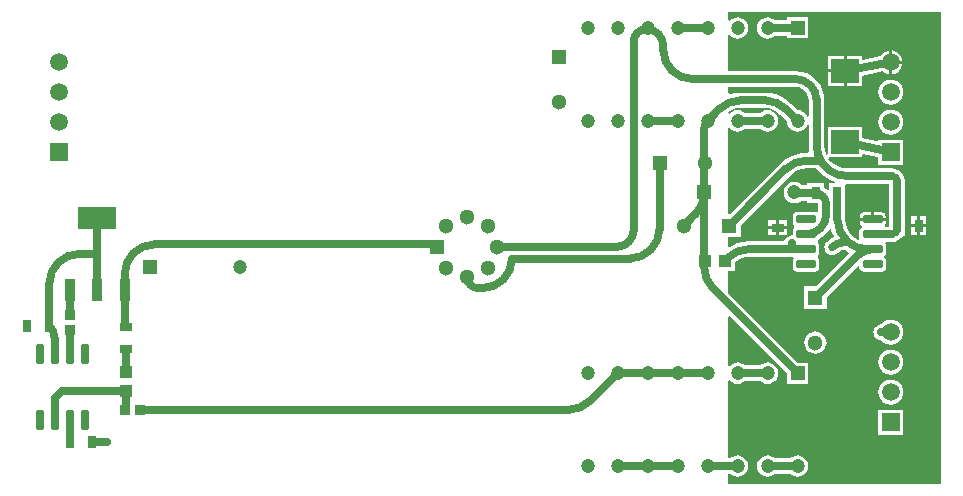
<source format=gbr>
%TF.GenerationSoftware,Altium Limited,Altium Designer,20.2.5 (213)*%
G04 Layer_Physical_Order=1*
G04 Layer_Color=255*
%FSLAX45Y45*%
%MOMM*%
%TF.SameCoordinates,5D993310-1A5F-4332-B3F0-AAC5B6D9B5DA*%
%TF.FilePolarity,Positive*%
%TF.FileFunction,Copper,L1,Top,Signal*%
%TF.Part,Single*%
G01*
G75*
%TA.AperFunction,Conductor*%
%ADD10C,0.70000*%
%TA.AperFunction,SMDPad,CuDef*%
%ADD11R,0.75620X1.10620*%
%ADD12R,1.13504X1.06213*%
%ADD13R,0.95000X1.90000*%
%ADD14R,3.25000X1.90000*%
G04:AMPARAMS|DCode=15|XSize=0.65mm|YSize=1.65mm|CornerRadius=0.04875mm|HoleSize=0mm|Usage=FLASHONLY|Rotation=180.000|XOffset=0mm|YOffset=0mm|HoleType=Round|Shape=RoundedRectangle|*
%AMROUNDEDRECTD15*
21,1,0.65000,1.55250,0,0,180.0*
21,1,0.55250,1.65000,0,0,180.0*
1,1,0.09750,-0.27625,0.77625*
1,1,0.09750,0.27625,0.77625*
1,1,0.09750,0.27625,-0.77625*
1,1,0.09750,-0.27625,-0.77625*
%
%ADD15ROUNDEDRECTD15*%
%ADD16R,2.33000X1.99000*%
%ADD17R,1.10620X0.75620*%
%ADD18R,1.06213X1.13504*%
G04:AMPARAMS|DCode=19|XSize=0.65mm|YSize=1.65mm|CornerRadius=0.04875mm|HoleSize=0mm|Usage=FLASHONLY|Rotation=270.000|XOffset=0mm|YOffset=0mm|HoleType=Round|Shape=RoundedRectangle|*
%AMROUNDEDRECTD19*
21,1,0.65000,1.55250,0,0,270.0*
21,1,0.55250,1.65000,0,0,270.0*
1,1,0.09750,-0.77625,-0.27625*
1,1,0.09750,-0.77625,0.27625*
1,1,0.09750,0.77625,0.27625*
1,1,0.09750,0.77625,-0.27625*
%
%ADD19ROUNDEDRECTD19*%
%ADD20R,0.85490X0.90620*%
%ADD21R,0.90620X0.85490*%
%TA.AperFunction,ComponentPad*%
%ADD22R,1.50000X1.50000*%
%ADD23C,1.50000*%
%ADD24R,1.30000X1.30000*%
%ADD25C,1.30000*%
%ADD26R,1.30000X1.30000*%
%ADD27R,1.20000X1.20000*%
%ADD28C,1.20000*%
%TA.AperFunction,ViaPad*%
%ADD29C,1.52400*%
%TA.AperFunction,ComponentPad*%
%ADD30R,1.20000X1.20000*%
%TA.AperFunction,ViaPad*%
%ADD31C,0.50000*%
G36*
X8490000Y5380000D02*
X6690000D01*
Y5467439D01*
X6708599D01*
X6725612Y5454385D01*
X6747505Y5445317D01*
X6771000Y5442224D01*
X6794495Y5445317D01*
X6816388Y5454385D01*
X6835189Y5468811D01*
X6849614Y5487612D01*
X6858683Y5509505D01*
X6861776Y5533000D01*
X6858683Y5556495D01*
X6849614Y5578388D01*
X6835189Y5597188D01*
X6816388Y5611614D01*
X6794495Y5620683D01*
X6771000Y5623776D01*
X6747505Y5620683D01*
X6725612Y5611614D01*
X6708599Y5598561D01*
X6690000D01*
Y6256858D01*
X6702700Y6261169D01*
X6706811Y6255811D01*
X6725612Y6241386D01*
X6747505Y6232317D01*
X6771000Y6229224D01*
X6794495Y6232317D01*
X6816388Y6241386D01*
X6833400Y6254439D01*
X6962599D01*
X6979612Y6241386D01*
X7001505Y6232317D01*
X7025000Y6229224D01*
X7048495Y6232317D01*
X7070388Y6241386D01*
X7089189Y6255811D01*
X7103614Y6274612D01*
X7112683Y6296505D01*
X7115776Y6320000D01*
X7112683Y6343495D01*
X7103614Y6365388D01*
X7089189Y6384189D01*
X7070388Y6398615D01*
X7048495Y6407683D01*
X7025000Y6410776D01*
X7001505Y6407683D01*
X6979612Y6398615D01*
X6962599Y6385561D01*
X6833400D01*
X6816388Y6398615D01*
X6794495Y6407683D01*
X6771000Y6410776D01*
X6747505Y6407683D01*
X6725612Y6398615D01*
X6706811Y6384189D01*
X6702700Y6378831D01*
X6690000Y6383142D01*
Y6799690D01*
X6701733Y6804550D01*
X7189000Y6317283D01*
Y6230000D01*
X7369000D01*
Y6410000D01*
X7281717D01*
X6690000Y7001717D01*
Y7186893D01*
X6748291D01*
Y7261555D01*
X6761477Y7272376D01*
X6794090Y7289809D01*
X6829478Y7300543D01*
X6865414Y7304082D01*
X6866279Y7303969D01*
X7024690D01*
Y7299690D01*
X7195310D01*
Y7303969D01*
X7239429D01*
X7240466Y7302783D01*
X7245054Y7291269D01*
X7239724Y7283291D01*
X7237017Y7269683D01*
Y7214433D01*
X7239724Y7200826D01*
X7247432Y7189290D01*
X7258968Y7181582D01*
X7272575Y7178875D01*
X7427825D01*
X7441433Y7181582D01*
X7452969Y7189290D01*
X7460677Y7200826D01*
X7463384Y7214433D01*
Y7269683D01*
X7460677Y7283291D01*
X7452969Y7294827D01*
X7448256Y7297976D01*
Y7313141D01*
X7452969Y7316290D01*
X7460677Y7327826D01*
X7463384Y7341433D01*
Y7396683D01*
X7460677Y7410291D01*
X7452969Y7421827D01*
X7448256Y7424976D01*
Y7440141D01*
X7452969Y7443290D01*
X7460677Y7454826D01*
X7461252Y7457715D01*
X7482674Y7469165D01*
X7517946Y7498112D01*
X7546893Y7533384D01*
X7549352Y7537983D01*
X7561948Y7536367D01*
X7564875Y7524177D01*
X7584090Y7477788D01*
X7582805Y7473053D01*
X7556336Y7458905D01*
X7524849Y7433064D01*
X7525160Y7432753D01*
X7514741Y7419175D01*
X7508191Y7403363D01*
X7505957Y7386395D01*
X7508191Y7369426D01*
X7514741Y7353614D01*
X7525160Y7340036D01*
X7538738Y7329618D01*
X7554550Y7323068D01*
X7571518Y7320834D01*
X7588486Y7323068D01*
X7604298Y7329618D01*
X7617876Y7340036D01*
X7617917Y7339995D01*
X7633692Y7352100D01*
X7652062Y7359709D01*
X7671776Y7362305D01*
Y7362362D01*
X7684090D01*
X7709481Y7346802D01*
X7710974Y7334190D01*
X7432283Y7055500D01*
X7335000D01*
Y6865500D01*
X7525000D01*
Y6962783D01*
X7790284Y7228067D01*
X7802017Y7223207D01*
Y7214433D01*
X7804724Y7200826D01*
X7812432Y7189290D01*
X7823968Y7181582D01*
X7837575Y7178875D01*
X7992825D01*
X8006433Y7181582D01*
X8017969Y7189290D01*
X8025677Y7200826D01*
X8028383Y7214433D01*
Y7269683D01*
X8025677Y7283291D01*
X8017969Y7294827D01*
X8013256Y7297976D01*
Y7313141D01*
X8017969Y7316290D01*
X8025677Y7327826D01*
X8028383Y7341433D01*
Y7396683D01*
X8025677Y7410291D01*
X8020661Y7417798D01*
X8025969Y7430167D01*
X8026287Y7430498D01*
X8076059D01*
Y7430118D01*
X8104498Y7433863D01*
X8130999Y7444840D01*
X8153756Y7462302D01*
X8170935Y7484690D01*
X8185310D01*
Y7535215D01*
X8185940Y7540000D01*
X8185561D01*
Y7948994D01*
X8185561Y7948995D01*
X8185914D01*
X8182271Y7976668D01*
X8171590Y8002455D01*
X8154598Y8024598D01*
X8132454Y8041590D01*
X8106667Y8052271D01*
X8078995Y8055915D01*
Y8055561D01*
X7694000D01*
X7693135Y8055447D01*
X7657199Y8058986D01*
X7621811Y8069721D01*
X7589198Y8087153D01*
X7560613Y8110612D01*
X7539941Y8135800D01*
X7543524Y8145484D01*
X7546581Y8148500D01*
X7826500D01*
Y8167547D01*
X7836420Y8175477D01*
X7961700Y8147194D01*
Y8085700D01*
X8171700D01*
Y8295700D01*
X7961700D01*
Y8291785D01*
X7951780Y8283855D01*
X7826500Y8312138D01*
Y8407500D01*
X7533500D01*
Y8172973D01*
X7520800Y8169792D01*
X7519721Y8171811D01*
X7508986Y8207198D01*
X7505447Y8243135D01*
X7505561Y8244000D01*
Y8630000D01*
X7506185D01*
X7501455Y8678028D01*
X7487446Y8724211D01*
X7464696Y8766773D01*
X7434079Y8804079D01*
X7396773Y8834696D01*
X7354211Y8857445D01*
X7308028Y8871455D01*
X7260000Y8876185D01*
Y8875561D01*
X6690000D01*
Y9180358D01*
X6702700Y9184669D01*
X6706811Y9179312D01*
X6725612Y9164886D01*
X6747505Y9155817D01*
X6771000Y9152724D01*
X6794495Y9155817D01*
X6816388Y9164886D01*
X6835189Y9179312D01*
X6849614Y9198112D01*
X6858683Y9220005D01*
X6861776Y9243500D01*
X6858683Y9266995D01*
X6849614Y9288888D01*
X6835189Y9307689D01*
X6816388Y9322115D01*
X6794495Y9331183D01*
X6771000Y9334276D01*
X6747505Y9331183D01*
X6725612Y9322115D01*
X6706811Y9307689D01*
X6702700Y9302331D01*
X6690000Y9306642D01*
Y9380000D01*
X8490000D01*
Y5380000D01*
D02*
G37*
G36*
X7037091Y8561014D02*
X7072478Y8550279D01*
X7105091Y8532847D01*
X7133006Y8509939D01*
X7133536Y8509247D01*
X7188518Y8454266D01*
X7191317Y8433005D01*
X7200385Y8411112D01*
X7214811Y8392311D01*
X7233612Y8377885D01*
X7255505Y8368817D01*
X7279000Y8365724D01*
X7302495Y8368817D01*
X7324388Y8377885D01*
X7343189Y8392311D01*
X7357614Y8411112D01*
X7361739Y8421070D01*
X7374439Y8418544D01*
Y8244000D01*
X7374014D01*
X7377613Y8198261D01*
X7369056Y8185561D01*
X7355710D01*
Y8185986D01*
X7305653Y8182047D01*
X7256829Y8170325D01*
X7210439Y8151110D01*
X7167627Y8124875D01*
X7129446Y8092264D01*
X7129747Y8091963D01*
X6702783Y7665000D01*
X6690000D01*
Y8393358D01*
X6702700Y8397669D01*
X6706811Y8392311D01*
X6725612Y8377885D01*
X6747505Y8368817D01*
X6771000Y8365724D01*
X6794495Y8368817D01*
X6816388Y8377885D01*
X6833400Y8390939D01*
X6962599D01*
X6979612Y8377885D01*
X7001505Y8368817D01*
X7025000Y8365724D01*
X7048495Y8368817D01*
X7070388Y8377885D01*
X7089189Y8392311D01*
X7103614Y8411112D01*
X7112683Y8433005D01*
X7115776Y8456500D01*
X7112683Y8479995D01*
X7103614Y8501888D01*
X7089189Y8520689D01*
X7070388Y8535115D01*
X7048495Y8544183D01*
X7025000Y8547276D01*
X7001505Y8544183D01*
X6979612Y8535115D01*
X6962599Y8522061D01*
X6833400D01*
X6816388Y8535115D01*
X6794495Y8544183D01*
X6771000Y8547276D01*
X6747505Y8544183D01*
X6725612Y8535115D01*
X6706811Y8520689D01*
X6702700Y8515331D01*
X6690000Y8519642D01*
Y8532102D01*
X6690908Y8532847D01*
X6723521Y8550279D01*
X6758909Y8561014D01*
X6794845Y8564553D01*
X6795710Y8564439D01*
X7000290D01*
X7001155Y8564553D01*
X7037091Y8561014D01*
D02*
G37*
G36*
X7289690Y8740803D02*
X7317356Y8729343D01*
X7341113Y8711113D01*
X7359343Y8687356D01*
X7370803Y8659689D01*
X7374576Y8631034D01*
X7374439Y8630000D01*
Y8494456D01*
X7361739Y8491930D01*
X7357614Y8501888D01*
X7343189Y8520689D01*
X7324388Y8535115D01*
X7302495Y8544183D01*
X7281234Y8546982D01*
X7226253Y8601963D01*
X7226554Y8602264D01*
X7188373Y8634875D01*
X7145560Y8661110D01*
X7099171Y8680325D01*
X7050346Y8692047D01*
X7000290Y8695986D01*
Y8695561D01*
X6795710D01*
Y8695986D01*
X6745654Y8692047D01*
X6702700Y8681735D01*
X6690000Y8689867D01*
Y8744439D01*
X7260000D01*
X7261034Y8744575D01*
X7289690Y8740803D01*
D02*
G37*
G36*
X8054439Y7655310D02*
X8049690D01*
Y7561619D01*
X8019572D01*
X8015957Y7570428D01*
X8015128Y7574319D01*
X8021344Y7583621D01*
X8023693Y7595433D01*
Y7610358D01*
X7915201D01*
X7806707D01*
Y7595433D01*
X7809057Y7583621D01*
X7815748Y7573606D01*
X7822388Y7569170D01*
X7823132Y7563221D01*
X7822673Y7557163D01*
X7822073Y7555269D01*
X7812432Y7548827D01*
X7804724Y7537291D01*
X7802017Y7523683D01*
Y7468433D01*
X7803690Y7460025D01*
X7802217Y7457545D01*
X7793342Y7450740D01*
X7764398Y7466211D01*
X7749021Y7478831D01*
X7735813Y7489671D01*
X7712353Y7518256D01*
X7694921Y7550870D01*
X7684186Y7586257D01*
X7680647Y7622193D01*
X7680761Y7623058D01*
Y7757390D01*
X7683010D01*
Y7915524D01*
X7692336Y7924145D01*
X7694000Y7924014D01*
Y7924439D01*
X8054439D01*
Y7655310D01*
D02*
G37*
G36*
X7355710Y8054439D02*
X7436387D01*
X7467736Y8017736D01*
X7505917Y7985126D01*
X7548729Y7958890D01*
X7592620Y7940710D01*
X7590094Y7928010D01*
X7547390D01*
Y7873409D01*
X7534690Y7867403D01*
X7516618Y7882234D01*
X7498010Y7892181D01*
Y7928010D01*
X7362390D01*
Y7911911D01*
X7315937D01*
X7314189Y7914189D01*
X7295388Y7928615D01*
X7273495Y7937683D01*
X7250000Y7940776D01*
X7226505Y7937683D01*
X7204612Y7928615D01*
X7185811Y7914189D01*
X7171385Y7895388D01*
X7162317Y7873495D01*
X7159224Y7850000D01*
X7162317Y7826505D01*
X7171385Y7804612D01*
X7185811Y7785811D01*
X7204612Y7771386D01*
X7226505Y7762317D01*
X7250000Y7759224D01*
X7273495Y7762317D01*
X7295388Y7771386D01*
X7307643Y7780789D01*
X7362390D01*
Y7757390D01*
X7453298D01*
X7454191Y7752900D01*
X7454439D01*
Y7690119D01*
X7441739Y7683330D01*
X7441433Y7683535D01*
X7427825Y7686242D01*
X7272575D01*
X7258968Y7683535D01*
X7247432Y7675827D01*
X7239724Y7664291D01*
X7237017Y7650683D01*
Y7595433D01*
X7239724Y7581826D01*
X7247432Y7570290D01*
X7252145Y7567141D01*
Y7551976D01*
X7247432Y7548827D01*
X7239724Y7537291D01*
X7237017Y7523683D01*
Y7491627D01*
X7230100Y7485561D01*
X7213132Y7483327D01*
X7197320Y7476777D01*
X7183742Y7466358D01*
X7173323Y7452781D01*
X7166773Y7436969D01*
X7166555Y7435310D01*
X7024690D01*
Y7435090D01*
X6866279D01*
Y7435516D01*
X6816222Y7431576D01*
X6767398Y7419855D01*
X6721008Y7400639D01*
X6701081Y7388428D01*
X6690000Y7394633D01*
Y7475000D01*
X6795500D01*
Y7572283D01*
X7222464Y7999247D01*
X7222995Y7999939D01*
X7250908Y8022847D01*
X7283521Y8040279D01*
X7318909Y8051014D01*
X7354845Y8054553D01*
X7355710Y8054439D01*
D02*
G37*
%LPC*%
G36*
X7025000Y9334276D02*
X7001505Y9331183D01*
X6979612Y9322115D01*
X6960811Y9307689D01*
X6946385Y9288888D01*
X6937317Y9266995D01*
X6934224Y9243500D01*
X6937317Y9220005D01*
X6946385Y9198112D01*
X6960811Y9179312D01*
X6979612Y9164886D01*
X7001505Y9155817D01*
X7025000Y9152724D01*
X7048495Y9155817D01*
X7070388Y9164886D01*
X7087400Y9177939D01*
X7189000D01*
Y9153500D01*
X7369000D01*
Y9333500D01*
X7189000D01*
Y9309061D01*
X7087400D01*
X7070388Y9322115D01*
X7048495Y9331183D01*
X7025000Y9334276D01*
D02*
G37*
G36*
X8053999Y9052294D02*
X8040490Y9050516D01*
X8016067Y9040399D01*
X7995094Y9024306D01*
X7979001Y9003333D01*
X7978816Y9002887D01*
X7831675Y8975224D01*
X7821900Y8983333D01*
Y9004900D01*
X7692699D01*
Y8880001D01*
Y8755100D01*
X7821900D01*
Y8839968D01*
X8004059Y8874214D01*
X8016067Y8865001D01*
X8040490Y8854884D01*
X8053999Y8853106D01*
Y8952700D01*
Y9052294D01*
D02*
G37*
G36*
X8079399Y9052294D02*
Y8965400D01*
X8166294D01*
X8164516Y8978910D01*
X8154399Y9003333D01*
X8138306Y9024306D01*
X8117333Y9040399D01*
X8092910Y9050516D01*
X8079399Y9052294D01*
D02*
G37*
G36*
X7667299Y9004900D02*
X7538100D01*
Y8892701D01*
X7667299D01*
Y9004900D01*
D02*
G37*
G36*
X8166294Y8940000D02*
X8079399D01*
Y8853105D01*
X8092910Y8854884D01*
X8117333Y8865001D01*
X8138306Y8881094D01*
X8154399Y8902067D01*
X8164516Y8926490D01*
X8166294Y8940000D01*
D02*
G37*
G36*
X7667299Y8867301D02*
X7538100D01*
Y8755100D01*
X7667299D01*
Y8867301D01*
D02*
G37*
G36*
X8066700Y8804606D02*
X8039289Y8800997D01*
X8013747Y8790417D01*
X7991813Y8773587D01*
X7974983Y8751653D01*
X7964403Y8726110D01*
X7960794Y8698700D01*
X7964403Y8671289D01*
X7974983Y8645747D01*
X7991813Y8623813D01*
X8013747Y8606983D01*
X8039289Y8596403D01*
X8066700Y8592794D01*
X8094110Y8596403D01*
X8119653Y8606983D01*
X8141587Y8623813D01*
X8158417Y8645747D01*
X8168997Y8671289D01*
X8172606Y8698700D01*
X8168997Y8726110D01*
X8158417Y8751653D01*
X8141587Y8773587D01*
X8119653Y8790417D01*
X8094110Y8800997D01*
X8066700Y8804606D01*
D02*
G37*
G36*
Y8550606D02*
X8039289Y8546997D01*
X8013747Y8536417D01*
X7991813Y8519587D01*
X7974983Y8497653D01*
X7964403Y8472110D01*
X7960794Y8444700D01*
X7964403Y8417289D01*
X7974983Y8391747D01*
X7991813Y8369813D01*
X8013747Y8352983D01*
X8039289Y8342403D01*
X8066700Y8338794D01*
X8094110Y8342403D01*
X8119653Y8352983D01*
X8141587Y8369813D01*
X8158417Y8391747D01*
X8168997Y8417289D01*
X8172606Y8444700D01*
X8168997Y8472110D01*
X8158417Y8497653D01*
X8141587Y8519587D01*
X8119653Y8536417D01*
X8094110Y8546997D01*
X8066700Y8550606D01*
D02*
G37*
G36*
X8365710Y7650710D02*
X8315200D01*
Y7582700D01*
X8365710D01*
Y7650710D01*
D02*
G37*
G36*
X8289800D02*
X8239290D01*
Y7582700D01*
X8289800D01*
Y7650710D01*
D02*
G37*
G36*
X8365710Y7557300D02*
X8315200D01*
Y7489290D01*
X8365710D01*
Y7557300D01*
D02*
G37*
G36*
X8289800D02*
X8239290D01*
Y7489290D01*
X8289800D01*
Y7557300D01*
D02*
G37*
G36*
X8066700Y6772606D02*
X8039289Y6768997D01*
X8013747Y6758417D01*
X7991813Y6741587D01*
X7984512Y6732072D01*
X7968977Y6730027D01*
X7953165Y6723477D01*
X7939587Y6713058D01*
X7929168Y6699480D01*
X7922619Y6683668D01*
X7920385Y6666700D01*
X7922619Y6649731D01*
X7929168Y6633920D01*
X7939587Y6620342D01*
X7953165Y6609923D01*
X7968977Y6603373D01*
X7984512Y6601328D01*
X7991813Y6591813D01*
X8013747Y6574983D01*
X8039289Y6564403D01*
X8066700Y6560794D01*
X8094110Y6564403D01*
X8119653Y6574983D01*
X8141587Y6591813D01*
X8158417Y6613747D01*
X8168997Y6639289D01*
X8172606Y6666700D01*
X8168997Y6694110D01*
X8158417Y6719653D01*
X8141587Y6741587D01*
X8119653Y6758417D01*
X8094110Y6768997D01*
X8066700Y6772606D01*
D02*
G37*
G36*
X7430000Y6675319D02*
X7405200Y6672054D01*
X7382090Y6662482D01*
X7362246Y6647254D01*
X7347018Y6627410D01*
X7337446Y6604300D01*
X7334181Y6579500D01*
X7337446Y6554700D01*
X7347018Y6531590D01*
X7362246Y6511745D01*
X7382090Y6496518D01*
X7405200Y6486945D01*
X7430000Y6483680D01*
X7454800Y6486945D01*
X7477910Y6496518D01*
X7497755Y6511745D01*
X7512982Y6531590D01*
X7522555Y6554700D01*
X7525820Y6579500D01*
X7522555Y6604300D01*
X7512982Y6627410D01*
X7497755Y6647254D01*
X7477910Y6662482D01*
X7454800Y6672054D01*
X7430000Y6675319D01*
D02*
G37*
G36*
X8066700Y6518606D02*
X8039289Y6514997D01*
X8013747Y6504417D01*
X7991813Y6487587D01*
X7974983Y6465653D01*
X7964403Y6440110D01*
X7960794Y6412700D01*
X7964403Y6385289D01*
X7974983Y6359747D01*
X7991813Y6337813D01*
X8013747Y6320983D01*
X8039289Y6310403D01*
X8066700Y6306794D01*
X8094110Y6310403D01*
X8119653Y6320983D01*
X8141587Y6337813D01*
X8158417Y6359747D01*
X8168997Y6385289D01*
X8172606Y6412700D01*
X8168997Y6440110D01*
X8158417Y6465653D01*
X8141587Y6487587D01*
X8119653Y6504417D01*
X8094110Y6514997D01*
X8066700Y6518606D01*
D02*
G37*
G36*
Y6264606D02*
X8039289Y6260997D01*
X8013747Y6250417D01*
X7991813Y6233587D01*
X7974983Y6211653D01*
X7964403Y6186110D01*
X7960794Y6158700D01*
X7964403Y6131289D01*
X7974983Y6105747D01*
X7991813Y6083813D01*
X8013747Y6066983D01*
X8039289Y6056403D01*
X8066700Y6052794D01*
X8094110Y6056403D01*
X8119653Y6066983D01*
X8141587Y6083813D01*
X8158417Y6105747D01*
X8168997Y6131289D01*
X8172606Y6158700D01*
X8168997Y6186110D01*
X8158417Y6211653D01*
X8141587Y6233587D01*
X8119653Y6250417D01*
X8094110Y6260997D01*
X8066700Y6264606D01*
D02*
G37*
G36*
X8171700Y6009700D02*
X7961700D01*
Y5799700D01*
X8171700D01*
Y6009700D01*
D02*
G37*
G36*
X7279000Y5623776D02*
X7255505Y5620683D01*
X7233612Y5611614D01*
X7216599Y5598561D01*
X7087400D01*
X7070388Y5611614D01*
X7048495Y5620683D01*
X7025000Y5623776D01*
X7001505Y5620683D01*
X6979612Y5611614D01*
X6960811Y5597188D01*
X6946385Y5578388D01*
X6937317Y5556495D01*
X6934224Y5533000D01*
X6937317Y5509505D01*
X6946385Y5487612D01*
X6960811Y5468811D01*
X6979612Y5454385D01*
X7001505Y5445317D01*
X7025000Y5442224D01*
X7048495Y5445317D01*
X7070388Y5454385D01*
X7087400Y5467439D01*
X7216599D01*
X7233612Y5454385D01*
X7255505Y5445317D01*
X7279000Y5442224D01*
X7302495Y5445317D01*
X7324388Y5454385D01*
X7343189Y5468811D01*
X7357614Y5487612D01*
X7366683Y5509505D01*
X7369776Y5533000D01*
X7366683Y5556495D01*
X7357614Y5578388D01*
X7343189Y5597188D01*
X7324388Y5611614D01*
X7302495Y5620683D01*
X7279000Y5623776D01*
D02*
G37*
G36*
X7992825Y7681552D02*
X7927901D01*
Y7635758D01*
X8023693D01*
Y7650683D01*
X8021344Y7662496D01*
X8014652Y7672510D01*
X8004638Y7679202D01*
X7992825Y7681552D01*
D02*
G37*
G36*
X7902501D02*
X7837575D01*
X7825763Y7679202D01*
X7815748Y7672510D01*
X7809057Y7662496D01*
X7806707Y7650683D01*
Y7635758D01*
X7902501D01*
Y7681552D01*
D02*
G37*
G36*
X7190710Y7615710D02*
X7122700D01*
Y7565200D01*
X7190710D01*
Y7615710D01*
D02*
G37*
G36*
X7097300D02*
X7029290D01*
Y7565200D01*
X7097300D01*
Y7615710D01*
D02*
G37*
G36*
X7190710Y7539800D02*
X7122700D01*
Y7489290D01*
X7190710D01*
Y7539800D01*
D02*
G37*
G36*
X7097300D02*
X7029290D01*
Y7489290D01*
X7097300D01*
Y7539800D01*
D02*
G37*
%LPD*%
D10*
X6517000Y8456500D02*
G03*
X6487400Y8385040I71460J-71460D01*
G01*
X6866279Y7369529D02*
G03*
X6686674Y7295135I0J-254000D01*
G01*
X6413005Y7663505D02*
G03*
X6487400Y7843111I-179605J179605D01*
G01*
X7440000Y8244000D02*
G03*
X7618528Y8001472I254000J0D01*
G01*
X7355710Y8120000D02*
G03*
X7176105Y8045605I0J-254000D01*
G01*
X7914000Y7369055D02*
G03*
X7784365Y7314864I1200J-185026D01*
G01*
X7915200Y7369058D02*
G03*
X7914000Y7369055I0J-185029D01*
G01*
X7706602Y7427923D02*
G03*
X7869200Y7369058I162598J195136D01*
G01*
X7615200Y7623058D02*
G03*
X7706602Y7427923I254000J0D01*
G01*
X7671776D02*
G03*
X7571518Y7386395I0J-141786D01*
G01*
X5339789Y6010000D02*
G03*
X5519395Y6084395I0J254000D01*
G01*
X5999433Y9233933D02*
G03*
X5890000Y9124500I0J-109433D01*
G01*
X6009000Y9233607D02*
G03*
X5999433Y9233933I-9567J-140241D01*
G01*
X6140000Y9093366D02*
G03*
X6009000Y9233607I-140567J0D01*
G01*
X6140000Y9060000D02*
G03*
X6390000Y8810000I250000J0D01*
G01*
X1834000Y7410000D02*
G03*
X1580000Y7156000I0J-254000D01*
G01*
X4610000Y7040000D02*
G03*
X4860000Y7290000I0J250000D01*
G01*
X4480000Y7136000D02*
G03*
X4576000Y7040000I96000J0D01*
G01*
X5855500Y7290000D02*
G03*
X6109500Y7544000I0J254000D01*
G01*
X8120000Y7948995D02*
G03*
X8078995Y7990000I-41005J0D01*
G01*
X8076059Y7496058D02*
G03*
X8120000Y7540000I0J43941D01*
G01*
X7618528Y8001472D02*
G03*
X7694000Y7990000I75472J242528D01*
G01*
X7353358Y7496058D02*
G03*
X7520000Y7662700I0J166642D01*
G01*
Y7752900D02*
G03*
X7430200Y7842700I-89800J0D01*
G01*
X5750000Y7390000D02*
G03*
X5890000Y7530000I0J140000D01*
G01*
X7440000Y8630000D02*
G03*
X7260000Y8810000I-180000J0D01*
G01*
X1586681Y6009246D02*
G03*
X1590000Y6017281I-8067J8035D01*
G01*
X1586665Y6009230D02*
G03*
X1586681Y6009246I-8051J8051D01*
G01*
X1116200Y5769173D02*
G03*
X1120000Y5760000I12973J0D01*
G01*
X975396Y6675189D02*
G03*
X942700Y6722700I-144957J-64750D01*
G01*
X989200Y6610439D02*
G03*
X975396Y6675189I-158761J0D01*
G01*
X1580000Y6722500D02*
G03*
X1590000Y6712500I10000J0D01*
G01*
X7179895Y8555605D02*
G03*
X7000290Y8630000I-179605J-179605D01*
G01*
X6795710D02*
G03*
X6616105Y8555605I0J-254000D01*
G01*
X1196700Y7330000D02*
G03*
X942700Y7076000I0J-254000D01*
G01*
X6487400Y7216810D02*
G03*
X6561795Y7037205I254000J0D01*
G01*
X6517000Y8456500D02*
X6616105Y8555605D01*
X7230100Y7369529D02*
X7349730D01*
X6866279D02*
X7230100D01*
Y7420000D01*
X6661539Y7270000D02*
X6686674Y7295135D01*
X6487400Y7216810D02*
Y7843111D01*
Y7850000D02*
Y8385040D01*
X6319500Y7570000D02*
X6413005Y7663505D01*
X6487400Y7843111D02*
Y7850000D01*
X7355710Y8120000D02*
X7470000D01*
X6700500Y7570000D02*
X7176105Y8045605D01*
X7430000Y6960500D02*
X7784365Y7314864D01*
X7671776Y7427923D02*
X7706602D01*
X6009000Y6320000D02*
X6263000D01*
X5755000Y5533000D02*
X6009000D01*
X5519395Y6084395D02*
X5755000Y6320000D01*
X1712565Y6010000D02*
X5339789D01*
X1302500Y5740000D02*
X1430000D01*
X6140000Y9060000D02*
Y9093366D01*
X6390000Y8810000D02*
X7260000D01*
X1834000Y7410000D02*
X4206000D01*
X1580000Y6722500D02*
Y7025000D01*
Y7156000D01*
X7615200Y7623058D02*
Y7842700D01*
X4860000Y7290000D02*
X5855500D01*
X4576000Y7040000D02*
X4610000D01*
X4206000Y7410000D02*
X4226000Y7390000D01*
X6109500Y7544000D02*
Y8100000D01*
X7985945Y6666700D02*
X8066700D01*
X7694000Y7990000D02*
X8078995D01*
X8120000Y7540000D02*
Y7948995D01*
X7915200Y7496058D02*
X8076059D01*
X7440000Y8244000D02*
Y8630000D01*
X7520000Y7662700D02*
Y7752900D01*
X7350200Y7496058D02*
X7353358D01*
X7430200Y7842700D02*
Y7843540D01*
X7350200Y7496058D02*
X7350201Y7496058D01*
X5890000Y7530000D02*
Y9124500D01*
X4734000Y7390000D02*
X5750000D01*
X1590000Y6017281D02*
Y6168461D01*
X1116200Y5769173D02*
Y5920200D01*
X989200Y6485200D02*
Y6610439D01*
X942700Y6722700D02*
Y7076000D01*
X989200Y5920200D02*
X990951Y5918450D01*
X7179895Y8555605D02*
X7279000Y8456500D01*
X6795710Y8630000D02*
X7000290D01*
X1350000Y7330000D02*
Y7635000D01*
Y7025000D02*
Y7330000D01*
X1196700D02*
X1350000D01*
X6561795Y7037205D02*
X7279000Y6320000D01*
X7025000Y5533000D02*
X7279000D01*
X5755000Y6320000D02*
X6009000D01*
Y5533000D02*
X6263000D01*
Y6320000D02*
X6517000D01*
Y5533000D02*
X6771000D01*
Y6320000D02*
X7025000D01*
X7680000Y8880000D02*
X8066700Y8952700D01*
X7680000Y8278000D02*
X8066700Y8190700D01*
X1120000Y6812565D02*
Y7025000D01*
X1120000D02*
X1120000D01*
X7349730Y7369529D02*
X7350200Y7369058D01*
X7025000Y9243500D02*
X7279000D01*
X6009000Y8456500D02*
X6263000D01*
Y9243500D02*
X6517000D01*
X6771000Y8456500D02*
X7025000D01*
X7427390Y7846350D02*
X7430200Y7843540D01*
X7253650Y7846350D02*
X7427390D01*
X7250000Y7850000D02*
X7253650Y7846350D01*
X989200Y5920200D02*
Y6109200D01*
X1048461Y6168461D02*
X1590000D01*
X989200Y6109200D02*
X1048461Y6168461D01*
X1590000Y6331540D02*
Y6527500D01*
X1116200Y6485200D02*
Y6687435D01*
X1120000D01*
D11*
X8302500Y7570000D02*
D03*
X8117500D02*
D03*
X1117500Y5740000D02*
D03*
X1302500D02*
D03*
X7615200Y7842700D02*
D03*
X7430200D02*
D03*
X757701Y6722700D02*
D03*
X942700D02*
D03*
D12*
X6661539Y7270000D02*
D03*
X6498461D02*
D03*
D13*
X1120000Y7025000D02*
D03*
X1350000Y7025000D02*
D03*
X1580000Y7025000D02*
D03*
D14*
X1350000Y7635000D02*
D03*
D15*
X862200Y5920200D02*
D03*
X989200D02*
D03*
X1116200D02*
D03*
X1243200D02*
D03*
X862200Y6485200D02*
D03*
X989200D02*
D03*
X1116200D02*
D03*
X1243200D02*
D03*
D16*
X7680000Y8278000D02*
D03*
Y8880000D02*
D03*
D17*
X7110000Y7367500D02*
D03*
Y7552500D02*
D03*
X1590000Y6712500D02*
D03*
Y6527500D02*
D03*
D18*
Y6331540D02*
D03*
Y6168461D02*
D03*
D19*
X7350200Y7623058D02*
D03*
Y7496058D02*
D03*
Y7369058D02*
D03*
Y7242058D02*
D03*
X7915200Y7623058D02*
D03*
Y7496058D02*
D03*
Y7369058D02*
D03*
Y7242058D02*
D03*
D20*
X1712565Y6010000D02*
D03*
X1587435D02*
D03*
D21*
X1120000Y6812565D02*
D03*
Y6687435D02*
D03*
D22*
X8066700Y8190700D02*
D03*
X1024550D02*
D03*
X8066700Y5904700D02*
D03*
D23*
Y8444700D02*
D03*
Y8698700D02*
D03*
Y8952700D02*
D03*
X1024550Y8444700D02*
D03*
Y8698700D02*
D03*
Y8952700D02*
D03*
X8066700Y6666700D02*
D03*
Y6412700D02*
D03*
Y6158700D02*
D03*
D24*
X5260000Y9000500D02*
D03*
X7430000Y6960500D02*
D03*
D25*
X5260000Y8619500D02*
D03*
X6319500Y7570000D02*
D03*
X7430000Y6579500D02*
D03*
X4480000Y7136000D02*
D03*
Y7644000D02*
D03*
X4734000Y7390000D02*
D03*
X4659605Y7210395D02*
D03*
X4300395D02*
D03*
X4659605Y7569605D02*
D03*
X4300395D02*
D03*
X6490500Y8100000D02*
D03*
D26*
X6700500Y7570000D02*
D03*
X4226000Y7390000D02*
D03*
X6109500Y8100000D02*
D03*
D27*
X1798700Y7220000D02*
D03*
X6487400Y7850000D02*
D03*
D28*
X2561300Y7220000D02*
D03*
X7250000Y7850000D02*
D03*
X7279000Y8456500D02*
D03*
X7025000D02*
D03*
X6771000D02*
D03*
X6517000D02*
D03*
X6263000D02*
D03*
X6009000D02*
D03*
X5755000D02*
D03*
X5501000D02*
D03*
Y9243500D02*
D03*
X5755000D02*
D03*
X6009000D02*
D03*
X6263000D02*
D03*
X6517000D02*
D03*
X6771000D02*
D03*
X7025000D02*
D03*
X7279000Y5533000D02*
D03*
X7025000D02*
D03*
X6771000D02*
D03*
X6517000D02*
D03*
X6263000D02*
D03*
X6009000D02*
D03*
X5755000D02*
D03*
X5501000D02*
D03*
Y6320000D02*
D03*
X5755000D02*
D03*
X6009000D02*
D03*
X6263000D02*
D03*
X6517000D02*
D03*
X6771000D02*
D03*
X7025000D02*
D03*
D29*
X1350000Y7635000D02*
D03*
D30*
X7279000Y9243500D02*
D03*
Y6320000D02*
D03*
D31*
X7571518Y7386395D02*
D03*
X7230100Y7420000D02*
D03*
X1430000Y5740000D02*
D03*
X1120000Y5760000D02*
D03*
X1243200Y5920200D02*
D03*
X7915200Y7623058D02*
D03*
X7110000Y7552500D02*
D03*
X757701Y6722700D02*
D03*
%TF.MD5,2c39037220fc47d94d95f33a45e738d0*%
M02*

</source>
